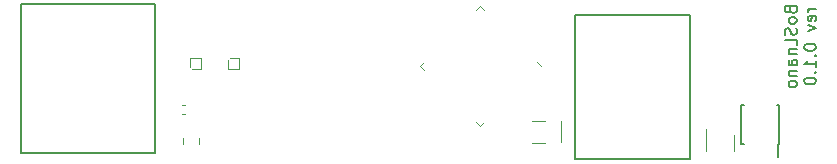
<source format=gbo>
G04 #@! TF.GenerationSoftware,KiCad,Pcbnew,(5.1.9)-1*
G04 #@! TF.CreationDate,2021-02-01T18:23:16+11:00*
G04 #@! TF.ProjectId,BoSLnano,426f534c-6e61-46e6-9f2e-6b696361645f,0.4.2*
G04 #@! TF.SameCoordinates,Original*
G04 #@! TF.FileFunction,Legend,Bot*
G04 #@! TF.FilePolarity,Positive*
%FSLAX46Y46*%
G04 Gerber Fmt 4.6, Leading zero omitted, Abs format (unit mm)*
G04 Created by KiCad (PCBNEW (5.1.9)-1) date 2021-02-01 18:23:16*
%MOMM*%
%LPD*%
G01*
G04 APERTURE LIST*
%ADD10C,0.150000*%
%ADD11C,0.120000*%
G04 APERTURE END LIST*
D10*
X166153571Y-101898571D02*
X166201190Y-102041428D01*
X166248809Y-102089047D01*
X166344047Y-102136666D01*
X166486904Y-102136666D01*
X166582142Y-102089047D01*
X166629761Y-102041428D01*
X166677380Y-101946190D01*
X166677380Y-101565238D01*
X165677380Y-101565238D01*
X165677380Y-101898571D01*
X165725000Y-101993809D01*
X165772619Y-102041428D01*
X165867857Y-102089047D01*
X165963095Y-102089047D01*
X166058333Y-102041428D01*
X166105952Y-101993809D01*
X166153571Y-101898571D01*
X166153571Y-101565238D01*
X166677380Y-102708095D02*
X166629761Y-102612857D01*
X166582142Y-102565238D01*
X166486904Y-102517619D01*
X166201190Y-102517619D01*
X166105952Y-102565238D01*
X166058333Y-102612857D01*
X166010714Y-102708095D01*
X166010714Y-102850952D01*
X166058333Y-102946190D01*
X166105952Y-102993809D01*
X166201190Y-103041428D01*
X166486904Y-103041428D01*
X166582142Y-102993809D01*
X166629761Y-102946190D01*
X166677380Y-102850952D01*
X166677380Y-102708095D01*
X166629761Y-103422380D02*
X166677380Y-103565238D01*
X166677380Y-103803333D01*
X166629761Y-103898571D01*
X166582142Y-103946190D01*
X166486904Y-103993809D01*
X166391666Y-103993809D01*
X166296428Y-103946190D01*
X166248809Y-103898571D01*
X166201190Y-103803333D01*
X166153571Y-103612857D01*
X166105952Y-103517619D01*
X166058333Y-103470000D01*
X165963095Y-103422380D01*
X165867857Y-103422380D01*
X165772619Y-103470000D01*
X165725000Y-103517619D01*
X165677380Y-103612857D01*
X165677380Y-103850952D01*
X165725000Y-103993809D01*
X166677380Y-104898571D02*
X166677380Y-104422380D01*
X165677380Y-104422380D01*
X166010714Y-105231904D02*
X166677380Y-105231904D01*
X166105952Y-105231904D02*
X166058333Y-105279523D01*
X166010714Y-105374761D01*
X166010714Y-105517619D01*
X166058333Y-105612857D01*
X166153571Y-105660476D01*
X166677380Y-105660476D01*
X166677380Y-106565238D02*
X166153571Y-106565238D01*
X166058333Y-106517619D01*
X166010714Y-106422380D01*
X166010714Y-106231904D01*
X166058333Y-106136666D01*
X166629761Y-106565238D02*
X166677380Y-106470000D01*
X166677380Y-106231904D01*
X166629761Y-106136666D01*
X166534523Y-106089047D01*
X166439285Y-106089047D01*
X166344047Y-106136666D01*
X166296428Y-106231904D01*
X166296428Y-106470000D01*
X166248809Y-106565238D01*
X166010714Y-107041428D02*
X166677380Y-107041428D01*
X166105952Y-107041428D02*
X166058333Y-107089047D01*
X166010714Y-107184285D01*
X166010714Y-107327142D01*
X166058333Y-107422380D01*
X166153571Y-107470000D01*
X166677380Y-107470000D01*
X166677380Y-108089047D02*
X166629761Y-107993809D01*
X166582142Y-107946190D01*
X166486904Y-107898571D01*
X166201190Y-107898571D01*
X166105952Y-107946190D01*
X166058333Y-107993809D01*
X166010714Y-108089047D01*
X166010714Y-108231904D01*
X166058333Y-108327142D01*
X166105952Y-108374761D01*
X166201190Y-108422380D01*
X166486904Y-108422380D01*
X166582142Y-108374761D01*
X166629761Y-108327142D01*
X166677380Y-108231904D01*
X166677380Y-108089047D01*
X168327380Y-101803333D02*
X167660714Y-101803333D01*
X167851190Y-101803333D02*
X167755952Y-101850952D01*
X167708333Y-101898571D01*
X167660714Y-101993809D01*
X167660714Y-102089047D01*
X168279761Y-102803333D02*
X168327380Y-102708095D01*
X168327380Y-102517619D01*
X168279761Y-102422380D01*
X168184523Y-102374761D01*
X167803571Y-102374761D01*
X167708333Y-102422380D01*
X167660714Y-102517619D01*
X167660714Y-102708095D01*
X167708333Y-102803333D01*
X167803571Y-102850952D01*
X167898809Y-102850952D01*
X167994047Y-102374761D01*
X167660714Y-103184285D02*
X168327380Y-103422380D01*
X167660714Y-103660476D01*
X167327380Y-104993809D02*
X167327380Y-105089047D01*
X167375000Y-105184285D01*
X167422619Y-105231904D01*
X167517857Y-105279523D01*
X167708333Y-105327142D01*
X167946428Y-105327142D01*
X168136904Y-105279523D01*
X168232142Y-105231904D01*
X168279761Y-105184285D01*
X168327380Y-105089047D01*
X168327380Y-104993809D01*
X168279761Y-104898571D01*
X168232142Y-104850952D01*
X168136904Y-104803333D01*
X167946428Y-104755714D01*
X167708333Y-104755714D01*
X167517857Y-104803333D01*
X167422619Y-104850952D01*
X167375000Y-104898571D01*
X167327380Y-104993809D01*
X168232142Y-105755714D02*
X168279761Y-105803333D01*
X168327380Y-105755714D01*
X168279761Y-105708095D01*
X168232142Y-105755714D01*
X168327380Y-105755714D01*
X168327380Y-106755714D02*
X168327380Y-106184285D01*
X168327380Y-106470000D02*
X167327380Y-106470000D01*
X167470238Y-106374761D01*
X167565476Y-106279523D01*
X167613095Y-106184285D01*
X168232142Y-107184285D02*
X168279761Y-107231904D01*
X168327380Y-107184285D01*
X168279761Y-107136666D01*
X168232142Y-107184285D01*
X168327380Y-107184285D01*
X167327380Y-107850952D02*
X167327380Y-107946190D01*
X167375000Y-108041428D01*
X167422619Y-108089047D01*
X167517857Y-108136666D01*
X167708333Y-108184285D01*
X167946428Y-108184285D01*
X168136904Y-108136666D01*
X168232142Y-108089047D01*
X168279761Y-108041428D01*
X168327380Y-107946190D01*
X168327380Y-107850952D01*
X168279761Y-107755714D01*
X168232142Y-107708095D01*
X168136904Y-107660476D01*
X167946428Y-107612857D01*
X167708333Y-107612857D01*
X167517857Y-107660476D01*
X167422619Y-107708095D01*
X167375000Y-107755714D01*
X167327380Y-107850952D01*
D11*
X114933641Y-110660000D02*
X114626359Y-110660000D01*
X114933641Y-109900000D02*
X114626359Y-109900000D01*
X115508000Y-106874000D02*
X116274000Y-106874000D01*
X116274000Y-106874000D02*
X116274000Y-105926000D01*
X116274000Y-105926000D02*
X115326000Y-105926000D01*
X115326000Y-105926000D02*
X115326000Y-106692000D01*
X118526000Y-106108000D02*
X118526000Y-106874000D01*
X118526000Y-106874000D02*
X119474000Y-106874000D01*
X119474000Y-106874000D02*
X119474000Y-105926000D01*
X119474000Y-105926000D02*
X118708000Y-105926000D01*
X146750000Y-111300000D02*
X146750000Y-113100000D01*
X145350000Y-113150000D02*
X144250000Y-113150000D01*
X145350000Y-111250000D02*
X144250000Y-111250000D01*
X161360000Y-112450000D02*
X161360000Y-113850000D01*
X159040000Y-113850000D02*
X159040000Y-111950000D01*
D10*
X165100000Y-113225000D02*
X165100000Y-114300000D01*
X161975000Y-113225000D02*
X161975000Y-109975000D01*
X165225000Y-113225000D02*
X165225000Y-109975000D01*
X161975000Y-113225000D02*
X162200000Y-113225000D01*
X161975000Y-109975000D02*
X162200000Y-109975000D01*
X165225000Y-109975000D02*
X165000000Y-109975000D01*
X165225000Y-113225000D02*
X165100000Y-113225000D01*
D11*
X144683299Y-106288901D02*
X145019175Y-106624777D01*
X134808553Y-106624777D02*
X135144429Y-106288901D01*
X135144429Y-106960653D02*
X134808553Y-106624777D01*
X139913864Y-111730088D02*
X140249740Y-111394212D01*
X139577988Y-111394212D02*
X139913864Y-111730088D01*
X139913864Y-101519466D02*
X139577988Y-101855342D01*
X140249740Y-101855342D02*
X139913864Y-101519466D01*
D10*
X101000000Y-107800000D02*
X101000000Y-101400000D01*
X101000000Y-101400000D02*
X112400000Y-101400000D01*
X112400000Y-114000000D02*
X101000000Y-114000000D01*
X101000000Y-114000000D02*
X101000000Y-107600000D01*
X112400000Y-114000000D02*
X112400000Y-101400000D01*
X157675000Y-102325000D02*
X147925000Y-102325000D01*
X157675000Y-114525000D02*
X147925000Y-114525000D01*
X147925000Y-114525000D02*
X147925000Y-102325000D01*
X157675000Y-114525000D02*
X157650000Y-114500000D01*
X157675000Y-102325000D02*
X157675000Y-114525000D01*
D11*
X114690000Y-113258578D02*
X114690000Y-112741422D01*
X116110000Y-113258578D02*
X116110000Y-112741422D01*
M02*

</source>
